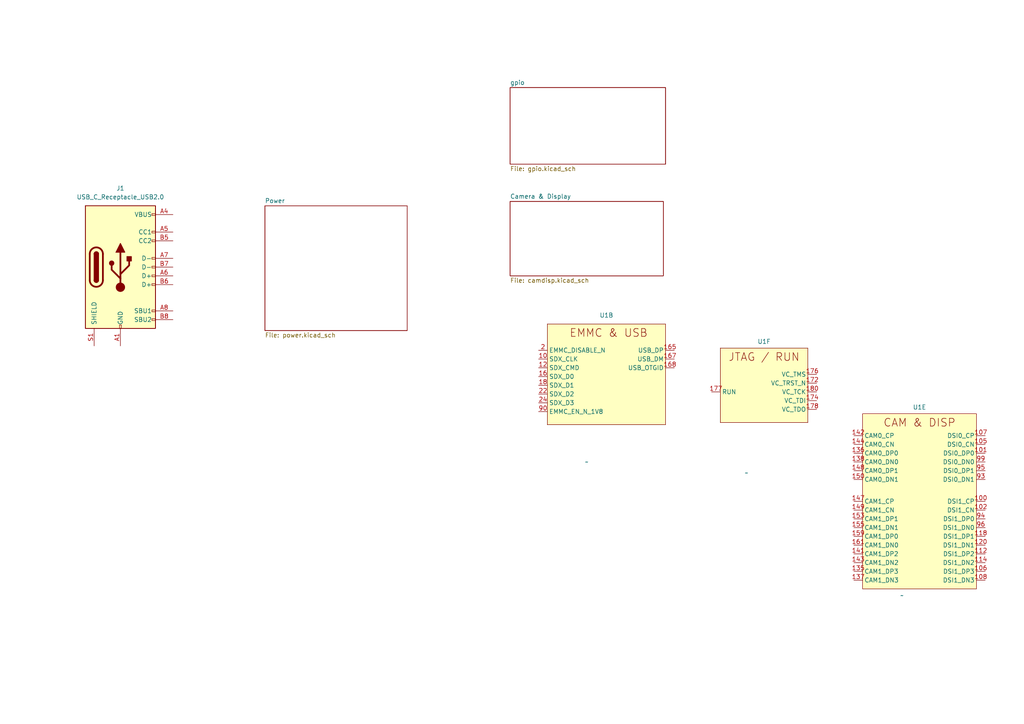
<source format=kicad_sch>
(kicad_sch (version 20230121) (generator eeschema)
  (paper "A4")
  (lib_symbols
    (symbol "Connector:USB_C_Receptacle_USB2.0" (pin_names (offset 1.016))
      (property "Reference" "J" (at -10.16 19.05 0))
      (property "Value" "USB_C_Receptacle_USB2.0" (at 19.05 19.05 0))
      (symbol "USB_C_Receptacle_USB2.0_0_0"
        (rectangle (start -0.254 -17.78) (end 0.254 -16.764))
        (rectangle (start 10.16 -14.986) (end 9.144 -15.494))
        (rectangle (start 10.16 -12.446) (end 9.144 -12.954))
        (rectangle (start 10.16 -4.826) (end 9.144 -5.334))
        (rectangle (start 10.16 -2.286) (end 9.144 -2.794))
        (rectangle (start 10.16 0.254) (end 9.144 -0.254))
        (rectangle (start 10.16 2.794) (end 9.144 2.286))
        (rectangle (start 10.16 7.874) (end 9.144 7.366))
        (rectangle (start 10.16 10.414) (end 9.144 9.906))
        (rectangle (start 10.16 15.494) (end 9.144 14.986))
      )
      (symbol "USB_C_Receptacle_USB2.0_0_1"
        (rectangle (start -10.16 17.78) (end 10.16 -17.78) (stroke (width 0.254)) (fill (type background)))
        (arc (start -8.89 -3.81) (mid -6.985 -5.7067) (end -5.08 -3.81) (stroke (width 0.508)))
        (arc (start -7.62 -3.81) (mid -6.985 -4.4423) (end -6.35 -3.81) (stroke (width 0.254)))
        (arc (start -7.62 -3.81) (mid -6.985 -4.4423) (end -6.35 -3.81) (stroke (width 0.254)) (fill (type outline)))
        (rectangle (start -7.62 -3.81) (end -6.35 3.81) (stroke (width 0.254)) (fill (type outline)))
        (arc (start -6.35 3.81) (mid -6.985 4.4423) (end -7.62 3.81) (stroke (width 0.254)))
        (arc (start -6.35 3.81) (mid -6.985 4.4423) (end -7.62 3.81) (stroke (width 0.254)) (fill (type outline)))
        (arc (start -5.08 3.81) (mid -6.985 5.7067) (end -8.89 3.81) (stroke (width 0.508)))
        (circle (center -2.54 1.143) (radius 0.635) (stroke (width 0.254)) (fill (type outline)))
        (circle (center 0 -5.842) (radius 1.27) (fill (type outline)))
        (polyline (pts (xy -8.89 -3.81) (xy -8.89 3.81)) (stroke (width 0.508)))
        (polyline (pts (xy -5.08 3.81) (xy -5.08 -3.81)) (stroke (width 0.508)))
        (polyline (pts (xy 0 -5.842) (xy 0 4.318)) (stroke (width 0.508)))
        (polyline (pts (xy 0 -3.302) (xy -2.54 -0.762) (xy -2.54 0.508)) (stroke (width 0.508)))
        (polyline (pts (xy 0 -2.032) (xy 2.54 0.508) (xy 2.54 1.778)) (stroke (width 0.508)))
        (polyline (pts (xy -1.27 4.318) (xy 0 6.858) (xy 1.27 4.318) (xy -1.27 4.318)) (stroke (width 0.254)) (fill (type outline)))
        (rectangle (start 1.905 1.778) (end 3.175 3.048) (stroke (width 0.254)) (fill (type outline)))
      )
      (symbol "USB_C_Receptacle_USB2.0_1_1"
        (pin passive line (at 0 -22.86 90) (length 5.08) (name "GND") (number "A1"))
        (pin passive line (at 0 -22.86 90) (length 5.08) hide (name "GND") (number "A12"))
        (pin passive line (at 15.24 15.24 180) (length 5.08) (name "VBUS") (number "A4"))
        (pin bidirectional line (at 15.24 10.16 180) (length 5.08) (name "CC1") (number "A5"))
        (pin bidirectional line (at 15.24 -2.54 180) (length 5.08) (name "D+") (number "A6"))
        (pin bidirectional line (at 15.24 2.54 180) (length 5.08) (name "D-") (number "A7"))
        (pin bidirectional line (at 15.24 -12.7 180) (length 5.08) (name "SBU1") (number "A8"))
        (pin passive line (at 15.24 15.24 180) (length 5.08) hide (name "VBUS") (number "A9"))
        (pin passive line (at 0 -22.86 90) (length 5.08) hide (name "GND") (number "B1"))
        (pin passive line (at 0 -22.86 90) (length 5.08) hide (name "GND") (number "B12"))
        (pin passive line (at 15.24 15.24 180) (length 5.08) hide (name "VBUS") (number "B4"))
        (pin bidirectional line (at 15.24 7.62 180) (length 5.08) (name "CC2") (number "B5"))
        (pin bidirectional line (at 15.24 -5.08 180) (length 5.08) (name "D+") (number "B6"))
        (pin bidirectional line (at 15.24 0 180) (length 5.08) (name "D-") (number "B7"))
        (pin bidirectional line (at 15.24 -15.24 180) (length 5.08) (name "SBU2") (number "B8"))
        (pin passive line (at 15.24 15.24 180) (length 5.08) hide (name "VBUS") (number "B9"))
        (pin passive line (at -7.62 -22.86 90) (length 5.08) (name "SHIELD") (number "S1"))
      )
    )
    (symbol "SC0148:SC0148"
      (property "Reference" "U" (at 0 59.69 0))
      (symbol "SC0148_1_1"
        (rectangle (start -20.32 57.785) (end 19.05 -62.23) (fill (type background)))
        (text "POWER" (at 0 54.61 0) (effects (font (size 2.27 2.27))))
        (pin power_in line (at -22.86 -20.32 0) (length 2.54) (name "GND") (number "1"))
        (pin power_in line (at 21.59 43.18 180) (length 2.54) (name "GND") (number "103"))
        (pin power_in line (at 21.59 40.64 180) (length 2.54) (name "GND") (number "104"))
        (pin power_in line (at 21.59 38.1 180) (length 2.54) (name "GND") (number "109"))
        (pin power_in line (at 21.59 35.56 180) (length 2.54) (name "GND") (number "110"))
        (pin power_in line (at 21.59 33.02 180) (length 2.54) (name "GND") (number "115"))
        (pin power_in line (at 21.59 30.48 180) (length 2.54) (name "GND") (number "116"))
        (pin power_in line (at 21.59 27.94 180) (length 2.54) (name "GND") (number "121"))
        (pin power_in line (at 21.59 25.4 180) (length 2.54) (name "GND") (number "122"))
        (pin no_connect line (at 12.7 -64.77 90) (length 2.54) (name "NC") (number "124"))
        (pin no_connect line (at 10.16 -64.77 90) (length 2.54) (name "NC") (number "126"))
        (pin power_in line (at 21.59 22.86 180) (length 2.54) (name "GND") (number "127"))
        (pin no_connect line (at 7.62 -64.77 90) (length 2.54) (name "NC") (number "128"))
        (pin power_in line (at -22.86 -27.94 0) (length 2.54) (name "GND") (number "13"))
        (pin no_connect line (at 5.08 -64.77 90) (length 2.54) (name "NC") (number "130"))
        (pin no_connect line (at 2.54 -64.77 90) (length 2.54) (name "NC") (number "132"))
        (pin power_in line (at 21.59 20.32 180) (length 2.54) (name "GND") (number "133"))
        (pin power_in line (at 21.59 17.78 180) (length 2.54) (name "GND") (number "134"))
        (pin power_in line (at 21.59 15.24 180) (length 2.54) (name "GND") (number "139"))
        (pin power_in line (at -22.86 -30.48 0) (length 2.54) (name "GND") (number "14"))
        (pin power_in line (at 21.59 12.7 180) (length 2.54) (name "GND") (number "140"))
        (pin power_in line (at 21.59 10.16 180) (length 2.54) (name "GND") (number "145"))
        (pin power_in line (at 21.59 7.62 180) (length 2.54) (name "GND") (number "146"))
        (pin power_in line (at 21.59 5.08 180) (length 2.54) (name "GND") (number "151"))
        (pin power_in line (at 21.59 2.54 180) (length 2.54) (name "GND") (number "152"))
        (pin no_connect line (at 0 -64.77 90) (length 2.54) (name "NC") (number "154"))
        (pin no_connect line (at -2.54 -64.77 90) (length 2.54) (name "NC") (number "156"))
        (pin power_in line (at 21.59 0 180) (length 2.54) (name "GND") (number "157"))
        (pin no_connect line (at -5.08 -64.77 90) (length 2.54) (name "NC") (number "158"))
        (pin no_connect line (at -7.62 -64.77 90) (length 2.54) (name "NC") (number "160"))
        (pin no_connect line (at -10.16 -64.77 90) (length 2.54) (name "NC") (number "162"))
        (pin power_in line (at 21.59 -2.54 180) (length 2.54) (name "GND") (number "163"))
        (pin power_in line (at 21.59 -5.08 180) (length 2.54) (name "GND") (number "164"))
        (pin power_in line (at 21.59 -7.62 180) (length 2.54) (name "GND") (number "169"))
        (pin power_in line (at 21.59 -10.16 180) (length 2.54) (name "GND") (number "170"))
        (pin no_connect line (at -12.7 -64.77 90) (length 2.54) (name "VDD_CORE_(DO_NOT_CONNECT)") (number "179"))
        (pin power_in line (at 21.59 -12.7 180) (length 2.54) (name "GND") (number "181"))
        (pin power_in line (at 21.59 -15.24 180) (length 2.54) (name "GND") (number "182"))
        (pin power_in line (at -22.86 33.02 0) (length 2.54) (name "1V8") (number "183"))
        (pin power_in line (at -22.86 35.56 0) (length 2.54) (name "1V8") (number "184"))
        (pin power_in line (at -22.86 38.1 0) (length 2.54) (name "1V8") (number "185"))
        (pin power_in line (at -22.86 40.64 0) (length 2.54) (name "1V8") (number "186"))
        (pin power_in line (at 21.59 48.26 180) (length 2.54) (name "GND") (number "187"))
        (pin power_in line (at 21.59 45.72 180) (length 2.54) (name "GND") (number "188"))
        (pin input line (at -22.86 -10.16 0) (length 2.54) (name "VDAC") (number "189"))
        (pin power_in line (at -22.86 -33.02 0) (length 2.54) (name "GND") (number "19"))
        (pin input line (at -22.86 -12.7 0) (length 2.54) (name "VDAC") (number "190"))
        (pin power_in line (at -22.86 20.32 0) (length 2.54) (name "3V3") (number "191"))
        (pin power_in line (at -22.86 22.86 0) (length 2.54) (name "3V3") (number "192"))
        (pin power_in line (at -22.86 25.4 0) (length 2.54) (name "3V3") (number "193"))
        (pin power_in line (at -22.86 27.94 0) (length 2.54) (name "3V3") (number "194"))
        (pin power_in line (at 21.59 53.34 180) (length 2.54) (name "GND") (number "195"))
        (pin power_in line (at 21.59 50.8 180) (length 2.54) (name "GND") (number "196"))
        (pin power_in line (at -22.86 45.085 0) (length 2.54) (name "VBAT") (number "197"))
        (pin power_in line (at -22.86 47.625 0) (length 2.54) (name "VBAT") (number "198"))
        (pin power_in line (at -22.86 50.165 0) (length 2.54) (name "VBAT") (number "199"))
        (pin power_in line (at -22.86 -35.56 0) (length 2.54) (name "GND") (number "20"))
        (pin power_in line (at -22.86 52.705 0) (length 2.54) (name "VBAT") (number "200"))
        (pin power_in line (at -22.86 -38.1 0) (length 2.54) (name "GND") (number "25"))
        (pin power_in line (at -22.86 -40.64 0) (length 2.54) (name "GND") (number "26"))
        (pin power_in line (at -22.86 -43.18 0) (length 2.54) (name "GND") (number "31"))
        (pin power_in line (at -22.86 -45.72 0) (length 2.54) (name "GND") (number "32"))
        (pin power_in line (at -22.86 -48.26 0) (length 2.54) (name "GND") (number "37"))
        (pin power_in line (at -22.86 -50.8 0) (length 2.54) (name "GND") (number "38"))
        (pin power_in line (at -22.86 7.62 0) (length 2.54) (name "GPIO0-27_VDD") (number "39"))
        (pin power_in line (at -22.86 15.24 0) (length 2.54) (name "SDX_VDD") (number "4"))
        (pin power_in line (at -22.86 5.08 0) (length 2.54) (name "GPIO0-27_VDD") (number "40"))
        (pin power_in line (at -22.86 2.54 0) (length 2.54) (name "GPIO28-45_VDD") (number "41"))
        (pin power_in line (at -22.86 0 0) (length 2.54) (name "GPIO28-45_VDD") (number "42"))
        (pin power_in line (at -22.86 -53.34 0) (length 2.54) (name "GND") (number "43"))
        (pin power_in line (at -22.86 -55.88 0) (length 2.54) (name "GND") (number "44"))
        (pin power_in line (at -22.86 -58.42 0) (length 2.54) (name "GND") (number "49"))
        (pin power_in line (at 21.59 -58.42 180) (length 2.54) (name "GND") (number "50"))
        (pin power_in line (at 21.59 -48.26 180) (length 2.54) (name "GND") (number "55"))
        (pin power_in line (at 21.59 -50.8 180) (length 2.54) (name "GND") (number "56"))
        (pin power_in line (at -22.86 12.7 0) (length 2.54) (name "SDX_VDD") (number "6"))
        (pin power_in line (at 21.59 -55.88 180) (length 2.54) (name "GND") (number "61"))
        (pin power_in line (at 21.59 -53.34 180) (length 2.54) (name "GND") (number "62"))
        (pin power_in line (at 21.59 -45.72 180) (length 2.54) (name "GND") (number "67"))
        (pin power_in line (at 21.59 -43.18 180) (length 2.54) (name "GND") (number "68"))
        (pin power_in line (at -22.86 -22.86 0) (length 2.54) (name "GND") (number "7"))
        (pin power_in line (at 21.59 -40.64 180) (length 2.54) (name "GND") (number "73"))
        (pin power_in line (at 21.59 -38.1 180) (length 2.54) (name "GND") (number "74"))
        (pin power_in line (at 21.59 -35.56 180) (length 2.54) (name "GND") (number "79"))
        (pin power_in line (at -22.86 -25.4 0) (length 2.54) (name "GND") (number "8"))
        (pin power_in line (at 21.59 -33.02 180) (length 2.54) (name "GND") (number "80"))
        (pin power_in line (at 21.59 -30.48 180) (length 2.54) (name "GND") (number "85"))
        (pin power_in line (at 21.59 -27.94 180) (length 2.54) (name "GND") (number "86"))
        (pin power_in line (at -22.86 -5.08 0) (length 2.54) (name "HDMI_HPD_N_1V8") (number "88"))
        (pin power_in line (at 21.59 -25.4 180) (length 2.54) (name "GND") (number "91"))
        (pin power_in line (at 21.59 -22.86 180) (length 2.54) (name "GND") (number "92"))
        (pin power_in line (at 21.59 -20.32 180) (length 2.54) (name "GND") (number "97"))
        (pin power_in line (at 21.59 -17.78 180) (length 2.54) (name "GND") (number "98"))
      )
      (symbol "SC0148_2_1"
        (rectangle (start -16.51 15.24) (end 17.78 -13.97) (fill (type background)))
        (text "EMMC & USB" (at 1.27 12.7 0) (effects (font (size 2.27 2.27))))
        (pin output line (at -19.05 5.08 0) (length 2.54) (name "SDX_CLK") (number "10"))
        (pin bidirectional line (at -19.05 2.54 0) (length 2.54) (name "SDX_CMD") (number "12"))
        (pin bidirectional line (at -19.05 0 0) (length 2.54) (name "SDX_D0") (number "16"))
        (pin bidirectional line (at 20.32 7.62 180) (length 2.54) (name "USB_DP") (number "165"))
        (pin bidirectional line (at 20.32 5.08 180) (length 2.54) (name "USB_DM") (number "167"))
        (pin input line (at 20.32 2.54 180) (length 2.54) (name "USB_OTGID") (number "168"))
        (pin bidirectional line (at -19.05 -2.54 0) (length 2.54) (name "SDX_D1") (number "18"))
        (pin input line (at -19.05 7.62 0) (length 2.54) (name "EMMC_DISABLE_N") (number "2"))
        (pin bidirectional line (at -19.05 -5.08 0) (length 2.54) (name "SDX_D2") (number "22"))
        (pin bidirectional line (at -19.05 -7.62 0) (length 2.54) (name "SDX_D3") (number "24"))
        (pin power_out line (at -19.05 -10.16 0) (length 2.54) (name "EMMC_EN_N_1V8") (number "90"))
      )
      (symbol "SC0148_3_1"
        (rectangle (start -10.16 34.29) (end 11.43 -35.56) (fill (type background)))
        (text "GPIO" (at 0 31.75 0) (effects (font (size 2.27 2.27))))
        (pin bidirectional line (at -12.7 19.05 0) (length 2.54) (name "GPIO3") (number "11"))
        (pin bidirectional line (at -12.7 16.51 0) (length 2.54) (name "GPIO4") (number "15"))
        (pin bidirectional line (at -12.7 13.97 0) (length 2.54) (name "GPIO5") (number "17"))
        (pin bidirectional line (at -12.7 11.43 0) (length 2.54) (name "GPIO6") (number "21"))
        (pin bidirectional line (at -12.7 8.89 0) (length 2.54) (name "GPIO7") (number "23"))
        (pin bidirectional line (at -12.7 6.35 0) (length 2.54) (name "GPIO8") (number "27"))
        (pin bidirectional line (at 13.97 13.97 180) (length 2.54) (name "GPIO28") (number "28"))
        (pin bidirectional line (at -12.7 3.81 0) (length 2.54) (name "GPIO9") (number "29"))
        (pin bidirectional line (at -12.7 26.67 0) (length 2.54) (name "GPIO0") (number "3"))
        (pin bidirectional line (at 13.97 11.43 180) (length 2.54) (name "GPIO29") (number "30"))
        (pin bidirectional line (at -12.7 1.27 0) (length 2.54) (name "GPIO10") (number "33"))
        (pin bidirectional line (at 13.97 8.89 180) (length 2.54) (name "GPIO30") (number "34"))
        (pin bidirectional line (at -12.7 -1.27 0) (length 2.54) (name "GPIO11") (number "35"))
        (pin bidirectional line (at 13.97 6.35 180) (length 2.54) (name "GPIO31") (number "36"))
        (pin bidirectional line (at -12.7 -3.81 0) (length 2.54) (name "GPIO12") (number "45"))
        (pin bidirectional line (at 13.97 3.81 180) (length 2.54) (name "GPIO32") (number "46"))
        (pin bidirectional line (at -12.7 -6.35 0) (length 2.54) (name "GPIO13") (number "47"))
        (pin bidirectional line (at 13.97 1.27 180) (length 2.54) (name "GPIO33") (number "48"))
        (pin bidirectional line (at -12.7 24.13 0) (length 2.54) (name "GPIO1") (number "5"))
        (pin bidirectional line (at -12.7 -8.89 0) (length 2.54) (name "GPIO14") (number "51"))
        (pin bidirectional line (at 13.97 -1.27 180) (length 2.54) (name "GPIO34") (number "52"))
        (pin bidirectional line (at -12.7 -11.43 0) (length 2.54) (name "GPIO15") (number "53"))
        (pin bidirectional line (at 13.97 -3.81 180) (length 2.54) (name "GPIO35") (number "54"))
        (pin bidirectional line (at -12.7 -13.97 0) (length 2.54) (name "GPIO16") (number "57"))
        (pin bidirectional line (at 13.97 -6.35 180) (length 2.54) (name "GPIO36") (number "58"))
        (pin bidirectional line (at -12.7 -16.51 0) (length 2.54) (name "GPIO17") (number "59"))
        (pin bidirectional line (at 13.97 -8.89 180) (length 2.54) (name "GPIO37") (number "60"))
        (pin bidirectional line (at -12.7 -19.05 0) (length 2.54) (name "GPIO18") (number "63"))
        (pin bidirectional line (at 13.97 -11.43 180) (length 2.54) (name "GPIO38") (number "64"))
        (pin bidirectional line (at -12.7 -21.59 0) (length 2.54) (name "GPIO19") (number "65"))
        (pin bidirectional line (at 13.97 -13.97 180) (length 2.54) (name "GPIO39") (number "66"))
        (pin bidirectional line (at -12.7 -24.13 0) (length 2.54) (name "GPIO20") (number "69"))
        (pin bidirectional line (at 13.97 -16.51 180) (length 2.54) (name "GPIO40") (number "70"))
        (pin bidirectional line (at -12.7 -26.67 0) (length 2.54) (name "GPIO21") (number "71"))
        (pin bidirectional line (at 13.97 -19.05 180) (length 2.54) (name "GPIO41") (number "72"))
        (pin bidirectional line (at -12.7 -29.21 0) (length 2.54) (name "GPIO22") (number "75"))
        (pin bidirectional line (at 13.97 -21.59 180) (length 2.54) (name "GPIO42") (number "76"))
        (pin bidirectional line (at 13.97 26.67 180) (length 2.54) (name "GPIO23") (number "77"))
        (pin bidirectional line (at 13.97 -24.13 180) (length 2.54) (name "GPIO43") (number "78"))
        (pin bidirectional line (at 13.97 24.13 180) (length 2.54) (name "GPIO24") (number "81"))
        (pin bidirectional line (at 13.97 -26.67 180) (length 2.54) (name "GPIO44") (number "82"))
        (pin bidirectional line (at 13.97 21.59 180) (length 2.54) (name "GPIO25") (number "83"))
        (pin bidirectional line (at 13.97 -29.21 180) (length 2.54) (name "GPIO45") (number "84"))
        (pin bidirectional line (at 13.97 19.05 180) (length 2.54) (name "GPIO26") (number "87"))
        (pin bidirectional line (at 13.97 16.51 180) (length 2.54) (name "GPIO27") (number "89"))
        (pin bidirectional line (at -12.7 21.59 0) (length 2.54) (name "GPIO2") (number "9"))
      )
      (symbol "SC0148_4_1"
        (rectangle (start -16.51 19.05) (end 16.51 -17.78) (fill (type background)))
        (text "HDMI & TVDAC" (at 0 16.51 0) (effects (font (size 2.27 2.27))))
        (pin output line (at -19.05 8.89 0) (length 2.54) (name "HDMI_CLK_N") (number "111"))
        (pin output line (at -19.05 11.43 0) (length 2.54) (name "HDMI_CLK_P") (number "113"))
        (pin output line (at -19.05 3.81 0) (length 2.54) (name "HDMI_D0_N") (number "117"))
        (pin output line (at -19.05 6.35 0) (length 2.54) (name "HDMI_D0_P") (number "119"))
        (pin output line (at -19.05 -1.27 0) (length 2.54) (name "HDMI_D1_N") (number "123"))
        (pin output line (at -19.05 1.27 0) (length 2.54) (name "HDMI_D1_P") (number "125"))
        (pin output line (at -19.05 -6.35 0) (length 2.54) (name "HDMI_D2_N") (number "129"))
        (pin output line (at -19.05 -3.81 0) (length 2.54) (name "HDMI_D2_P") (number "131"))
        (pin output line (at 19.05 0 180) (length 2.54) (name "TVDAC") (number "166"))
        (pin bidirectional line (at -19.05 -8.89 0) (length 2.54) (name "HDMI_CEC") (number "171"))
        (pin bidirectional line (at -19.05 -11.43 0) (length 2.54) (name "HDMI_SDA") (number "173"))
        (pin bidirectional line (at -19.05 -13.97 0) (length 2.54) (name "HDMI_SCL") (number "175"))
      )
      (symbol "SC0148_5_1"
        (rectangle (start -16.51 27.94) (end 16.51 -22.86) (fill (type background)))
        (text "CAM & DISP\n" (at 0 25.4 0) (effects (font (size 2.27 2.27))))
        (pin output line (at 19.05 2.54 180) (length 2.54) (name "DSI1_CP") (number "100"))
        (pin output line (at 19.05 16.51 180) (length 2.54) (name "DSI0_DP0") (number "101"))
        (pin output line (at 19.05 0 180) (length 2.54) (name "DSI1_CN") (number "102"))
        (pin output line (at 19.05 19.05 180) (length 2.54) (name "DSI0_CN") (number "105"))
        (pin output line (at 19.05 -17.78 180) (length 2.54) (name "DSI1_DP3") (number "106"))
        (pin output line (at 19.05 21.59 180) (length 2.54) (name "DSI0_CP") (number "107"))
        (pin output line (at 19.05 -20.32 180) (length 2.54) (name "DSI1_DN3") (number "108"))
        (pin output line (at 19.05 -12.7 180) (length 2.54) (name "DSI1_DP2") (number "112"))
        (pin output line (at 19.05 -15.24 180) (length 2.54) (name "DSI1_DN2") (number "114"))
        (pin output line (at 19.05 -7.62 180) (length 2.54) (name "DSI1_DP1") (number "118"))
        (pin output line (at 19.05 -10.16 180) (length 2.54) (name "DSI1_DN1") (number "120"))
        (pin input line (at -19.05 -17.78 0) (length 2.54) (name "CAM1_DP3") (number "135"))
        (pin input line (at -19.05 16.51 0) (length 2.54) (name "CAM0_DP0") (number "136"))
        (pin input line (at -19.05 -20.32 0) (length 2.54) (name "CAM1_DN3") (number "137"))
        (pin input line (at -19.05 13.97 0) (length 2.54) (name "CAM0_DN0") (number "138"))
        (pin input line (at -19.05 -12.7 0) (length 2.54) (name "CAM1_DP2") (number "141"))
        (pin input line (at -19.05 21.59 0) (length 2.54) (name "CAM0_CP") (number "142"))
        (pin input line (at -19.05 -15.24 0) (length 2.54) (name "CAM1_DN2") (number "143"))
        (pin input line (at -19.05 19.05 0) (length 2.54) (name "CAM0_CN") (number "144"))
        (pin input line (at -19.05 2.54 0) (length 2.54) (name "CAM1_CP") (number "147"))
        (pin input line (at -19.05 11.43 0) (length 2.54) (name "CAM0_DP1") (number "148"))
        (pin input line (at -19.05 0 0) (length 2.54) (name "CAM1_CN") (number "149"))
        (pin input line (at -19.05 8.89 0) (length 2.54) (name "CAM0_DN1") (number "150"))
        (pin input line (at -19.05 -2.54 0) (length 2.54) (name "CAM1_DP1") (number "153"))
        (pin input line (at -19.05 -5.08 0) (length 2.54) (name "CAM1_DN1") (number "155"))
        (pin input line (at -19.05 -7.62 0) (length 2.54) (name "CAM1_DP0") (number "159"))
        (pin input line (at -19.05 -10.16 0) (length 2.54) (name "CAM1_DN0") (number "161"))
        (pin output line (at 19.05 8.89 180) (length 2.54) (name "DSI0_DN1") (number "93"))
        (pin output line (at 19.05 -2.54 180) (length 2.54) (name "DSI1_DP0") (number "94"))
        (pin output line (at 19.05 11.43 180) (length 2.54) (name "DSI0_DP1") (number "95"))
        (pin output line (at 19.05 -5.08 180) (length 2.54) (name "DSI1_DN0") (number "96"))
        (pin output line (at 19.05 13.97 180) (length 2.54) (name "DSI0_DN0") (number "99"))
      )
      (symbol "SC0148_6_1"
        (rectangle (start -12.7 11.43) (end 12.7 -10.16) (fill (type background)))
        (text "JTAG / RUN" (at 0 8.89 0) (effects (font (size 2.27 2.27))))
        (pin input line (at 15.24 1.27 180) (length 2.54) (name "VC_TRST_N") (number "172"))
        (pin input line (at 15.24 -3.81 180) (length 2.54) (name "VC_TDI") (number "174"))
        (pin input line (at 15.24 3.81 180) (length 2.54) (name "VC_TMS") (number "176"))
        (pin input line (at -15.24 -1.27 0) (length 2.54) (name "RUN") (number "177"))
        (pin output line (at 15.24 -6.35 180) (length 2.54) (name "VC_TDO") (number "178"))
        (pin input line (at 15.24 -1.27 180) (length 2.54) (name "VC_TCK") (number "180"))
      )
    )
  )
  (symbol (lib_id "SC0148:SC0148") (at 266.7 147.955 0) (unit 5)
    (property "Reference" "U1" (at 266.7 118.11 0))
    (property "Value" "~" (at 261.62 172.72 0))
    (property "Footprint" "SODIMM:17172544" (effects hide))
    (property "Datasheet" "https://datasheets.raspberrypi.com/cm/cm3-plus-datasheet.pdf" (effects hide))
  )
  (symbol (lib_id "SC0148:SC0148") (at 221.615 112.395 0) (unit 6)
    (property "Reference" "U1" (at 221.615 99.06 0))
    (property "Value" "~" (at 216.535 137.16 0))
    (property "Footprint" "SODIMM:17172544" (effects hide))
    (property "Datasheet" "https://datasheets.raspberrypi.com/cm/cm3-plus-datasheet.pdf" (effects hide))
  )
  (symbol (lib_id "SC0148:SC0148") (at 175.26 109.22 0) (unit 2)
    (property "Reference" "U1" (at 175.895 91.44 0))
    (property "Value" "~" (at 170.18 133.985 0))
    (property "Footprint" "SODIMM:17172544" (effects hide))
    (property "Datasheet" "https://datasheets.raspberrypi.com/cm/cm3-plus-datasheet.pdf" (effects hide))
  )
  (symbol (lib_id "Connector:USB_C_Receptacle_USB2.0") (at 34.925 77.47 0) (unit 1)
    (property "Reference" "J1" (at 34.925 54.61 0))
    (property "Value" "USB_C_Receptacle_USB2.0" (at 34.925 57.15 0))
    (property "Datasheet" "https://www.usb.org/sites/default/files/documents/usb_type-c.zip" (effects hide))
  )
  (sheet (at 147.955 25.4) (size 45.085 22.225) (stroke (width 0.1524))
    (property "Sheetname" "gpio" (at 147.955 24.6884 0) (effects (justify left bottom)))
    (property "Sheetfile" "gpio.kicad_sch" (at 147.955 48.2096 0) (effects (justify left top)))
  )
  (sheet (at 147.955 58.42) (size 44.45 21.59) (stroke (width 0.1524))
    (property "Sheetname" "Camera & Display" (at 147.955 57.7084 0) (effects (justify left bottom)))
    (property "Sheetfile" "camdisp.kicad_sch" (at 147.955 80.5946 0) (effects (justify left top)))
  )
  (sheet (at 76.835 59.69) (size 41.275 36.195) (stroke (width 0.1524))
    (property "Sheetname" "Power" (at 76.835 58.9784 0) (effects (justify left bottom)))
    (property "Sheetfile" "power.kicad_sch" (at 76.835 96.4696 0) (effects (justify left top)))
  )
)
</source>
